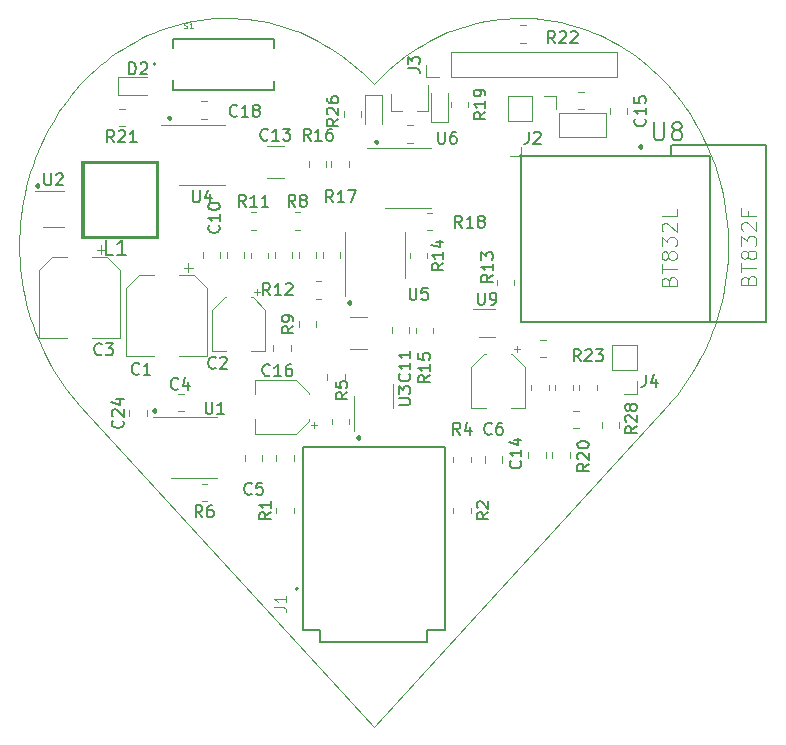
<source format=gbr>
%TF.GenerationSoftware,KiCad,Pcbnew,5.1.8*%
%TF.CreationDate,2021-02-28T21:38:59-05:00*%
%TF.ProjectId,ECG,4543472e-6b69-4636-9164-5f7063625858,rev?*%
%TF.SameCoordinates,Original*%
%TF.FileFunction,Legend,Top*%
%TF.FilePolarity,Positive*%
%FSLAX46Y46*%
G04 Gerber Fmt 4.6, Leading zero omitted, Abs format (unit mm)*
G04 Created by KiCad (PCBNEW 5.1.8) date 2021-02-28 21:38:59*
%MOMM*%
%LPD*%
G01*
G04 APERTURE LIST*
%ADD10C,0.300000*%
%TA.AperFunction,Profile*%
%ADD11C,0.100000*%
%TD*%
%ADD12C,0.120000*%
%ADD13C,0.100000*%
%ADD14C,0.127000*%
%ADD15C,0.010000*%
%ADD16C,0.200000*%
%ADD17C,0.150000*%
%ADD18C,0.101600*%
%ADD19C,0.015000*%
G04 APERTURE END LIST*
D10*
X123317000Y-94642714D02*
X123388428Y-94714142D01*
X123317000Y-94785571D01*
X123245571Y-94714142D01*
X123317000Y-94642714D01*
X123317000Y-94785571D01*
X174371000Y-91340714D02*
X174442428Y-91412142D01*
X174371000Y-91483571D01*
X174299571Y-91412142D01*
X174371000Y-91340714D01*
X174371000Y-91483571D01*
X134493000Y-88927714D02*
X134564428Y-88999142D01*
X134493000Y-89070571D01*
X134421571Y-88999142D01*
X134493000Y-88927714D01*
X134493000Y-89070571D01*
X152019000Y-90959714D02*
X152090428Y-91031142D01*
X152019000Y-91102571D01*
X151947571Y-91031142D01*
X152019000Y-90959714D01*
X152019000Y-91102571D01*
X149733000Y-104548714D02*
X149804428Y-104620142D01*
X149733000Y-104691571D01*
X149661571Y-104620142D01*
X149733000Y-104548714D01*
X149733000Y-104691571D01*
X150495000Y-115978714D02*
X150566428Y-116050142D01*
X150495000Y-116121571D01*
X150423571Y-116050142D01*
X150495000Y-115978714D01*
X150495000Y-116121571D01*
X133223000Y-113692714D02*
X133294428Y-113764142D01*
X133223000Y-113835571D01*
X133151571Y-113764142D01*
X133223000Y-113692714D01*
X133223000Y-113835571D01*
D11*
X177794600Y-111882900D02*
X178154600Y-111385100D01*
X178154600Y-111385100D02*
X178498200Y-110876200D01*
X178498200Y-110876200D02*
X178825400Y-110356700D01*
X178825400Y-110356700D02*
X179136100Y-109827200D01*
X179136100Y-109827200D02*
X179430000Y-109288000D01*
X179430000Y-109288000D02*
X179707100Y-108739800D01*
X179707100Y-108739800D02*
X179967300Y-108182900D01*
X179967300Y-108182900D02*
X180210400Y-107617900D01*
X126111700Y-112369300D02*
X126503990Y-112843500D01*
X126503990Y-112843500D02*
X126912260Y-113305200D01*
X126912260Y-113305200D02*
X151765000Y-140490000D01*
X151765000Y-140490000D02*
X176617900Y-113305000D01*
X176617900Y-113305000D02*
X177026200Y-112843300D01*
X177026200Y-112843300D02*
X177418400Y-112369100D01*
X177418400Y-112369100D02*
X177794600Y-111882900D01*
X180210400Y-107617900D02*
X180436400Y-107045200D01*
X180436400Y-107045200D02*
X180645100Y-106465400D01*
X180645100Y-106465400D02*
X180836400Y-105878900D01*
X180836400Y-105878900D02*
X181010100Y-105286200D01*
X181010100Y-105286200D02*
X181166200Y-104687800D01*
X181166200Y-104687800D02*
X181304500Y-104084200D01*
X181304500Y-104084200D02*
X181425000Y-103475900D01*
X181425000Y-103475900D02*
X181527400Y-102863400D01*
X181684400Y-97869400D02*
X181619400Y-97240700D01*
X181619400Y-97240700D02*
X181535200Y-96612700D01*
X181535200Y-96612700D02*
X181431700Y-95985900D01*
X181431700Y-95985900D02*
X181308700Y-95360700D01*
X181308700Y-95360700D02*
X181166200Y-94737600D01*
X181166200Y-94737600D02*
X181004800Y-94120000D01*
X181004800Y-94120000D02*
X180825500Y-93511300D01*
X180825500Y-93511300D02*
X180628600Y-92911800D01*
X181527400Y-102863400D02*
X181611700Y-102247100D01*
X181611700Y-102247100D02*
X181677800Y-101627600D01*
X181677800Y-101627600D02*
X181725500Y-101005300D01*
X181725500Y-101005300D02*
X181754700Y-100380700D01*
X181754700Y-100380700D02*
X181765400Y-99754300D01*
X181765400Y-99754300D02*
X181757300Y-99126700D01*
X181757300Y-99126700D02*
X181730300Y-98498200D01*
X181730300Y-98498200D02*
X181684400Y-97869400D01*
X180628600Y-92911800D02*
X180414500Y-92321900D01*
X180414500Y-92321900D02*
X180183400Y-91741900D01*
X180183400Y-91741900D02*
X179935700Y-91172200D01*
X179935700Y-91172200D02*
X179671800Y-90613200D01*
X179671800Y-90613200D02*
X179391900Y-90065160D01*
X122363821Y-94737500D02*
X122221297Y-95360600D01*
X122221297Y-95360600D02*
X122098333Y-95985900D01*
X122098333Y-95985900D02*
X121994812Y-96612700D01*
X121994812Y-96612700D02*
X121910612Y-97240700D01*
X121910612Y-97240700D02*
X121845615Y-97869400D01*
X121845615Y-97869400D02*
X121799701Y-98498200D01*
X121799701Y-98498200D02*
X121772750Y-99126700D01*
X121772750Y-99126700D02*
X121764643Y-99754400D01*
X121764643Y-99754400D02*
X121775260Y-100380800D01*
X121775260Y-100380800D02*
X121804482Y-101005400D01*
X121804482Y-101005400D02*
X121852189Y-101627700D01*
X121852189Y-101627700D02*
X121918261Y-102247200D01*
X121918261Y-102247200D02*
X122002579Y-102863500D01*
X122002579Y-102863500D02*
X122105023Y-103476000D01*
X122105023Y-103476000D02*
X122225473Y-104084300D01*
X122225473Y-104084300D02*
X122363811Y-104687900D01*
X122363811Y-104687900D02*
X122519916Y-105286300D01*
X122519916Y-105286300D02*
X122693668Y-105879000D01*
X122693668Y-105879000D02*
X122884950Y-106465500D01*
X122884950Y-106465500D02*
X123093640Y-107045400D01*
X123093640Y-107045400D02*
X123319620Y-107618000D01*
X123319620Y-107618000D02*
X123562770Y-108183100D01*
X123562770Y-108183100D02*
X123822960Y-108739900D01*
X123822960Y-108739900D02*
X124100090Y-109288200D01*
X124100090Y-109288200D02*
X124394030Y-109827400D01*
X124394030Y-109827400D02*
X124704660Y-110356900D01*
X124704660Y-110356900D02*
X125031860Y-110876400D01*
X125031860Y-110876400D02*
X125375520Y-111385200D01*
X125375520Y-111385200D02*
X125735500Y-111883100D01*
X125735500Y-111883100D02*
X126111700Y-112369300D01*
X179391900Y-90065160D02*
X179096400Y-89528520D01*
X179096400Y-89528520D02*
X178785600Y-89003590D01*
X178785600Y-89003590D02*
X178459800Y-88490760D01*
X178459800Y-88490760D02*
X178119400Y-87990360D01*
X178119400Y-87990360D02*
X177764600Y-87502760D01*
X177764600Y-87502760D02*
X177395900Y-87028310D01*
X177395900Y-87028310D02*
X177013600Y-86567380D01*
X177013600Y-86567380D02*
X176617900Y-86120310D01*
X176617900Y-86120310D02*
X176209100Y-85687470D01*
X176209100Y-85687470D02*
X175787700Y-85269220D01*
X175787700Y-85269220D02*
X175354000Y-84865910D01*
X175354000Y-84865910D02*
X174908200Y-84477900D01*
X174908200Y-84477900D02*
X174450800Y-84105540D01*
X174450800Y-84105540D02*
X173981900Y-83749200D01*
X173981900Y-83749200D02*
X173502000Y-83409230D01*
X173502000Y-83409230D02*
X173011400Y-83085990D01*
X173011400Y-83085990D02*
X172510400Y-82779830D01*
X172510400Y-82779830D02*
X171999300Y-82491120D01*
X171999300Y-82491120D02*
X171478500Y-82220210D01*
X171478500Y-82220210D02*
X170948300Y-81967450D01*
X170948300Y-81967450D02*
X170409000Y-81733220D01*
X170409000Y-81733220D02*
X169860900Y-81517850D01*
X169860900Y-81517850D02*
X169304400Y-81321716D01*
X169304400Y-81321716D02*
X168739800Y-81145168D01*
X168739800Y-81145168D02*
X168170200Y-80989277D01*
X168170200Y-80989277D02*
X167598600Y-80854781D01*
X167598600Y-80854781D02*
X167025500Y-80741550D01*
X167025500Y-80741550D02*
X166451400Y-80649454D01*
X166451400Y-80649454D02*
X165876700Y-80578361D01*
X165876700Y-80578361D02*
X165301800Y-80528141D01*
X165301800Y-80528141D02*
X164727200Y-80498664D01*
X164727200Y-80498664D02*
X164153400Y-80489797D01*
X164153400Y-80489797D02*
X163580800Y-80501411D01*
X163580800Y-80501411D02*
X163009800Y-80533374D01*
X163009800Y-80533374D02*
X162440900Y-80585555D01*
X162440900Y-80585555D02*
X161874500Y-80657825D01*
X161874500Y-80657825D02*
X161311100Y-80750052D01*
X161311100Y-80750052D02*
X160751100Y-80862106D01*
X160751100Y-80862106D02*
X160195000Y-80993854D01*
X160195000Y-80993854D02*
X159643200Y-81145168D01*
X159643200Y-81145168D02*
X159096100Y-81315915D01*
X159096100Y-81315915D02*
X158554300Y-81505970D01*
X158554300Y-81505970D02*
X158018100Y-81715190D01*
X158018100Y-81715190D02*
X157488000Y-81943450D01*
X157488000Y-81943450D02*
X156964500Y-82190630D01*
X156964500Y-82190630D02*
X156447900Y-82456580D01*
X156447900Y-82456580D02*
X155938800Y-82741190D01*
X155938800Y-82741190D02*
X155437600Y-83044310D01*
X155437600Y-83044310D02*
X154944700Y-83365820D01*
X154944700Y-83365820D02*
X154460600Y-83705590D01*
X154460600Y-83705590D02*
X153985700Y-84063480D01*
X153985700Y-84063480D02*
X153520400Y-84439360D01*
X153520400Y-84439360D02*
X153065300Y-84833120D01*
X153065300Y-84833120D02*
X152620800Y-85244600D01*
X152620800Y-85244600D02*
X152187200Y-85673690D01*
X152187200Y-85673690D02*
X151765200Y-86120250D01*
X151765200Y-86120250D02*
X151343100Y-85673670D01*
X151343100Y-85673670D02*
X150909500Y-85244570D01*
X150909500Y-85244570D02*
X150465000Y-84833070D01*
X150465000Y-84833070D02*
X150009900Y-84439310D01*
X150009900Y-84439310D02*
X149544700Y-84063410D01*
X149544700Y-84063410D02*
X149069800Y-83705500D01*
X149069800Y-83705500D02*
X148585600Y-83365730D01*
X148585600Y-83365730D02*
X148092800Y-83044200D01*
X148092800Y-83044200D02*
X147591500Y-82741070D01*
X147591500Y-82741070D02*
X147082400Y-82456460D01*
X147082400Y-82456460D02*
X146565900Y-82190490D01*
X146565900Y-82190490D02*
X146042300Y-81943310D01*
X146042300Y-81943310D02*
X145512200Y-81715040D01*
X145512200Y-81715040D02*
X144976000Y-81505810D01*
X144976000Y-81505810D02*
X144434200Y-81315753D01*
X144434200Y-81315753D02*
X143887100Y-81144999D01*
X143887100Y-81144999D02*
X143335300Y-80993681D01*
X143335300Y-80993681D02*
X142779200Y-80861928D01*
X142779200Y-80861928D02*
X142219200Y-80749871D01*
X142219200Y-80749871D02*
X141655800Y-80657641D01*
X141655800Y-80657641D02*
X141089400Y-80585370D01*
X141089400Y-80585370D02*
X140520400Y-80533187D01*
X140520400Y-80533187D02*
X139949400Y-80501223D01*
X139949400Y-80501223D02*
X139376800Y-80489610D01*
X139376800Y-80489610D02*
X138803000Y-80498477D01*
X138803000Y-80498477D02*
X138228400Y-80527957D01*
X138228400Y-80527957D02*
X137653500Y-80578180D01*
X137653500Y-80578180D02*
X137078800Y-80649276D01*
X137078800Y-80649276D02*
X136504600Y-80741376D01*
X136504600Y-80741376D02*
X135931600Y-80854612D01*
X135931600Y-80854612D02*
X135359900Y-80989114D01*
X135359900Y-80989114D02*
X134790300Y-81145012D01*
X134790300Y-81145012D02*
X134225700Y-81321564D01*
X134225700Y-81321564D02*
X133669200Y-81517700D01*
X133669200Y-81517700D02*
X133121100Y-81733070D01*
X133121100Y-81733070D02*
X132581800Y-81967320D01*
X132581800Y-81967320D02*
X132051600Y-82220070D01*
X132051600Y-82220070D02*
X131530770Y-82490990D01*
X131530770Y-82490990D02*
X131019700Y-82779710D01*
X131019700Y-82779710D02*
X130518690Y-83085870D01*
X130518690Y-83085870D02*
X130028080Y-83409110D01*
X130028080Y-83409110D02*
X129548180Y-83749090D01*
X129548180Y-83749090D02*
X129079340Y-84105430D01*
X129079340Y-84105430D02*
X128621860Y-84477790D01*
X128621860Y-84477790D02*
X128176090Y-84865810D01*
X128176090Y-84865810D02*
X127742340Y-85269120D01*
X127742340Y-85269120D02*
X127320940Y-85687380D01*
X127320940Y-85687380D02*
X126912230Y-86120220D01*
X126912230Y-86120220D02*
X126516520Y-86567290D01*
X126516520Y-86567290D02*
X126134140Y-87028230D01*
X126134140Y-87028230D02*
X125765430Y-87502680D01*
X125765430Y-87502680D02*
X125410700Y-87990280D01*
X125410700Y-87990280D02*
X125070280Y-88490680D01*
X125070280Y-88490680D02*
X124744500Y-89003520D01*
X124744500Y-89003520D02*
X124433690Y-89528450D01*
X124433690Y-89528450D02*
X124138180Y-90065100D01*
X124138180Y-90065100D02*
X123858280Y-90613100D01*
X123858280Y-90613100D02*
X123594330Y-91172100D01*
X123594330Y-91172100D02*
X123346660Y-91741800D01*
X123346660Y-91741800D02*
X123115580Y-92321800D01*
X123115580Y-92321800D02*
X122901430Y-92911700D01*
X122901430Y-92911700D02*
X122704541Y-93511200D01*
X122704541Y-93511200D02*
X122525227Y-94119900D01*
X122525227Y-94119900D02*
X122363821Y-94737500D01*
X122363821Y-94737500D02*
X122363821Y-94737500D01*
X122363821Y-94737500D02*
X122363821Y-94737500D01*
D12*
%TO.C,Q1*%
X153207600Y-88355200D02*
X153207600Y-86895200D01*
X156367600Y-88355200D02*
X156367600Y-86195200D01*
X156367600Y-88355200D02*
X155437600Y-88355200D01*
X153207600Y-88355200D02*
X154137600Y-88355200D01*
%TO.C,U9*%
X162057000Y-105139000D02*
X160157000Y-105139000D01*
X160657000Y-107459000D02*
X162057000Y-107459000D01*
%TO.C,R28*%
X172566000Y-115178064D02*
X172566000Y-114723936D01*
X171096000Y-115178064D02*
X171096000Y-114723936D01*
%TO.C,R25*%
X165127000Y-111548936D02*
X165127000Y-112003064D01*
X166597000Y-111548936D02*
X166597000Y-112003064D01*
%TO.C,R24*%
X168629000Y-112003064D02*
X168629000Y-111548936D01*
X167159000Y-112003064D02*
X167159000Y-111548936D01*
%TO.C,C3*%
X129114250Y-100096250D02*
X128326750Y-100096250D01*
X128720500Y-99702500D02*
X128720500Y-100490000D01*
X124527437Y-100730000D02*
X123463000Y-101794437D01*
X129218563Y-100730000D02*
X130283000Y-101794437D01*
X129218563Y-100730000D02*
X127933000Y-100730000D01*
X124527437Y-100730000D02*
X125813000Y-100730000D01*
X123463000Y-101794437D02*
X123463000Y-107550000D01*
X130283000Y-101794437D02*
X130283000Y-107550000D01*
X130283000Y-107550000D02*
X127933000Y-107550000D01*
X123463000Y-107550000D02*
X125813000Y-107550000D01*
D13*
%TO.C,U8*%
X164211000Y-91404440D02*
X164211000Y-92202000D01*
X164211000Y-92202000D02*
X164211000Y-104800400D01*
X164211000Y-104800400D02*
X164211000Y-104800400D01*
X164211000Y-104800400D02*
X164211000Y-92202000D01*
X163299140Y-92202000D02*
X164061140Y-92202000D01*
X164061140Y-92202000D02*
X164211000Y-92202000D01*
X164213540Y-92196920D02*
X164731700Y-92196920D01*
X164800280Y-106202480D02*
X164218620Y-106202480D01*
X180207920Y-106197400D02*
X173934120Y-106197400D01*
X173852840Y-92196920D02*
X180207920Y-92196920D01*
X180210460Y-106202480D02*
X180210460Y-106199940D01*
X164211000Y-106197400D02*
X164211000Y-92199460D01*
X164465000Y-92202000D02*
X164360860Y-92202000D01*
X164360860Y-92202000D02*
X164211000Y-92202000D01*
X164211000Y-92202000D02*
X164211000Y-92202000D01*
D14*
X164211000Y-92202000D02*
X176911000Y-92202000D01*
X176911000Y-92202000D02*
X180210460Y-92202000D01*
X180210460Y-92202000D02*
X180210460Y-106199940D01*
X180210460Y-106199940D02*
X164211000Y-106199940D01*
X164211000Y-106199940D02*
X164211000Y-92202000D01*
X176911000Y-92202000D02*
X176911000Y-91203780D01*
X177010060Y-91203780D02*
X185008520Y-91203780D01*
X185008520Y-91203780D02*
X185008520Y-106199940D01*
X185008520Y-106199940D02*
X180210460Y-106199940D01*
D13*
X164360860Y-92202000D02*
G75*
G03*
X164061140Y-92202000I-149860J0D01*
G01*
X164061140Y-92202000D02*
G75*
G03*
X164360860Y-92202000I149860J0D01*
G01*
D15*
%TO.C,L1*%
G36*
X127021167Y-92604167D02*
G01*
X133540500Y-92604167D01*
X133540500Y-98933000D01*
X133350000Y-98933000D01*
X133350000Y-92794667D01*
X127211667Y-92794667D01*
X127211667Y-98933000D01*
X133350000Y-98933000D01*
X133540500Y-98933000D01*
X133540500Y-99123500D01*
X127021167Y-99123500D01*
X127021167Y-92604167D01*
G37*
X127021167Y-92604167D02*
X133540500Y-92604167D01*
X133540500Y-98933000D01*
X133350000Y-98933000D01*
X133350000Y-92794667D01*
X127211667Y-92794667D01*
X127211667Y-98933000D01*
X133350000Y-98933000D01*
X133540500Y-98933000D01*
X133540500Y-99123500D01*
X127021167Y-99123500D01*
X127021167Y-92604167D01*
D12*
%TO.C,U7*%
X171438000Y-90535000D02*
X167438000Y-90535000D01*
X167438000Y-90535000D02*
X167438000Y-88535000D01*
X167438000Y-88535000D02*
X171438000Y-88535000D01*
X171438000Y-88535000D02*
X171438000Y-90535000D01*
%TO.C,R23*%
X170661000Y-111532936D02*
X170661000Y-111987064D01*
X169191000Y-111532936D02*
X169191000Y-111987064D01*
%TO.C,R22*%
X164177736Y-81103800D02*
X164631864Y-81103800D01*
X164177736Y-82573800D02*
X164631864Y-82573800D01*
%TO.C,R19*%
X158319800Y-88044264D02*
X158319800Y-87590136D01*
X159789800Y-88044264D02*
X159789800Y-87590136D01*
%TO.C,R13*%
X163650600Y-102658936D02*
X163650600Y-103113064D01*
X162180600Y-102658936D02*
X162180600Y-103113064D01*
%TO.C,J4*%
X174034000Y-108192000D02*
X171914000Y-108192000D01*
X174034000Y-110252000D02*
X174034000Y-108192000D01*
X171914000Y-110252000D02*
X171914000Y-108192000D01*
X174034000Y-110252000D02*
X171914000Y-110252000D01*
X174034000Y-111252000D02*
X174034000Y-112312000D01*
X174034000Y-112312000D02*
X172974000Y-112312000D01*
%TO.C,J3*%
X172336800Y-85489600D02*
X172336800Y-83369600D01*
X158276800Y-85489600D02*
X172336800Y-85489600D01*
X158276800Y-83369600D02*
X172336800Y-83369600D01*
X158276800Y-85489600D02*
X158276800Y-83369600D01*
X157276800Y-85489600D02*
X156216800Y-85489600D01*
X156216800Y-85489600D02*
X156216800Y-84429600D01*
%TO.C,J2*%
X163106800Y-87128800D02*
X163106800Y-89248800D01*
X165166800Y-87128800D02*
X163106800Y-87128800D01*
X165166800Y-89248800D02*
X163106800Y-89248800D01*
X165166800Y-87128800D02*
X165166800Y-89248800D01*
X166166800Y-87128800D02*
X167226800Y-87128800D01*
X167226800Y-87128800D02*
X167226800Y-88188800D01*
%TO.C,C25*%
X169149752Y-115246000D02*
X168627248Y-115246000D01*
X169149752Y-113776000D02*
X168627248Y-113776000D01*
%TO.C,C23*%
X165833248Y-107723000D02*
X166355752Y-107723000D01*
X165833248Y-109193000D02*
X166355752Y-109193000D01*
%TO.C,C21*%
X160046000Y-113490000D02*
X161246000Y-113490000D01*
X164566000Y-113490000D02*
X163366000Y-113490000D01*
X164566000Y-110034437D02*
X164566000Y-113490000D01*
X160046000Y-110034437D02*
X160046000Y-113490000D01*
X161110437Y-108970000D02*
X161246000Y-108970000D01*
X163501563Y-108970000D02*
X163366000Y-108970000D01*
X163501563Y-108970000D02*
X164566000Y-110034437D01*
X161110437Y-108970000D02*
X160046000Y-110034437D01*
X163866000Y-108230000D02*
X163866000Y-108730000D01*
X164116000Y-108480000D02*
X163616000Y-108480000D01*
%TO.C,C19*%
X169033648Y-86742600D02*
X169556152Y-86742600D01*
X169033648Y-88212600D02*
X169556152Y-88212600D01*
%TO.C,C15*%
X171781800Y-88631752D02*
X171781800Y-88109248D01*
X173251800Y-88631752D02*
X173251800Y-88109248D01*
%TO.C,C16*%
X146746000Y-115221000D02*
X146746000Y-114721000D01*
X146996000Y-114971000D02*
X146496000Y-114971000D01*
X146256000Y-112215437D02*
X145191563Y-111151000D01*
X146256000Y-114606563D02*
X145191563Y-115671000D01*
X146256000Y-114606563D02*
X146256000Y-114471000D01*
X146256000Y-112215437D02*
X146256000Y-112351000D01*
X145191563Y-111151000D02*
X141736000Y-111151000D01*
X145191563Y-115671000D02*
X141736000Y-115671000D01*
X141736000Y-115671000D02*
X141736000Y-114471000D01*
X141736000Y-111151000D02*
X141736000Y-112351000D01*
%TO.C,C2*%
X142145000Y-103654000D02*
X141645000Y-103654000D01*
X141895000Y-103404000D02*
X141895000Y-103904000D01*
X139139437Y-104144000D02*
X138075000Y-105208437D01*
X141530563Y-104144000D02*
X142595000Y-105208437D01*
X141530563Y-104144000D02*
X141395000Y-104144000D01*
X139139437Y-104144000D02*
X139275000Y-104144000D01*
X138075000Y-105208437D02*
X138075000Y-108664000D01*
X142595000Y-105208437D02*
X142595000Y-108664000D01*
X142595000Y-108664000D02*
X141395000Y-108664000D01*
X138075000Y-108664000D02*
X139275000Y-108664000D01*
%TO.C,U2*%
X125530500Y-95137000D02*
X123100500Y-95137000D01*
X123770500Y-98207000D02*
X125530500Y-98207000D01*
%TO.C,D1*%
X158062600Y-89301400D02*
X158062600Y-86841400D01*
X156592600Y-89301400D02*
X158062600Y-89301400D01*
X156592600Y-86841400D02*
X156592600Y-89301400D01*
%TO.C,U6*%
X154635200Y-91470800D02*
X151185200Y-91470800D01*
X154635200Y-91470800D02*
X156585200Y-91470800D01*
X154635200Y-96590800D02*
X152685200Y-96590800D01*
X154635200Y-96590800D02*
X156585200Y-96590800D01*
%TO.C,R18*%
X156741864Y-97004200D02*
X156287736Y-97004200D01*
X156741864Y-98474200D02*
X156287736Y-98474200D01*
%TO.C,R17*%
X148172500Y-92625936D02*
X148172500Y-93080064D01*
X149642500Y-92625936D02*
X149642500Y-93080064D01*
%TO.C,R16*%
X146267500Y-92609936D02*
X146267500Y-93064064D01*
X147737500Y-92609936D02*
X147737500Y-93064064D01*
%TO.C,C22*%
X155099652Y-89587400D02*
X154577148Y-89587400D01*
X155099652Y-91057400D02*
X154577148Y-91057400D01*
%TO.C,C13*%
X142735248Y-94070000D02*
X144157752Y-94070000D01*
X142735248Y-91350000D02*
X144157752Y-91350000D01*
%TO.C,R15*%
X155348000Y-106722936D02*
X155348000Y-107177064D01*
X156818000Y-106722936D02*
X156818000Y-107177064D01*
%TO.C,R7*%
X144753000Y-108669064D02*
X144753000Y-108214936D01*
X143283000Y-108669064D02*
X143283000Y-108214936D01*
%TO.C,D2*%
X130152000Y-86968000D02*
X132612000Y-86968000D01*
X130152000Y-85498000D02*
X130152000Y-86968000D01*
X132612000Y-85498000D02*
X130152000Y-85498000D01*
%TO.C,R11*%
X141361936Y-98398000D02*
X141816064Y-98398000D01*
X141361936Y-96928000D02*
X141816064Y-96928000D01*
%TO.C,C5*%
X140870000Y-117514648D02*
X140870000Y-118037152D01*
X142340000Y-117514648D02*
X142340000Y-118037152D01*
%TO.C,U4*%
X137223500Y-89515000D02*
X133773500Y-89515000D01*
X137223500Y-89515000D02*
X139173500Y-89515000D01*
X137223500Y-94635000D02*
X135273500Y-94635000D01*
X137223500Y-94635000D02*
X139173500Y-94635000D01*
%TO.C,C8*%
X144880000Y-100845252D02*
X144880000Y-100322748D01*
X143410000Y-100845252D02*
X143410000Y-100322748D01*
%TO.C,D3*%
X151030000Y-87000000D02*
X151030000Y-89460000D01*
X152500000Y-87000000D02*
X151030000Y-87000000D01*
X152500000Y-89460000D02*
X152500000Y-87000000D01*
%TO.C,C17*%
X147855000Y-111153752D02*
X147855000Y-110631248D01*
X149325000Y-111153752D02*
X149325000Y-110631248D01*
%TO.C,R8*%
X145076936Y-98398000D02*
X145531064Y-98398000D01*
X145076936Y-96928000D02*
X145531064Y-96928000D01*
%TO.C,R4*%
X158523000Y-117644936D02*
X158523000Y-118099064D01*
X159993000Y-117644936D02*
X159993000Y-118099064D01*
%TO.C,C18*%
X137633252Y-89000000D02*
X137110748Y-89000000D01*
X137633252Y-87530000D02*
X137110748Y-87530000D01*
%TO.C,R10*%
X142848000Y-100811064D02*
X142848000Y-100356936D01*
X141378000Y-100811064D02*
X141378000Y-100356936D01*
%TO.C,C10*%
X137314000Y-100301248D02*
X137314000Y-100823752D01*
X138784000Y-100301248D02*
X138784000Y-100823752D01*
%TO.C,U5*%
X149332000Y-100584000D02*
X149332000Y-104034000D01*
X149332000Y-100584000D02*
X149332000Y-98634000D01*
X154452000Y-100584000D02*
X154452000Y-102534000D01*
X154452000Y-100584000D02*
X154452000Y-98634000D01*
%TO.C,R9*%
X145442000Y-106182936D02*
X145442000Y-106637064D01*
X146912000Y-106182936D02*
X146912000Y-106637064D01*
%TO.C,C12*%
X146912000Y-100823752D02*
X146912000Y-100301248D01*
X145442000Y-100823752D02*
X145442000Y-100301248D01*
%TO.C,C7*%
X151206252Y-105828000D02*
X149783748Y-105828000D01*
X151206252Y-108548000D02*
X149783748Y-108548000D01*
%TO.C,R21*%
X130672064Y-88165000D02*
X130217936Y-88165000D01*
X130672064Y-89635000D02*
X130217936Y-89635000D01*
%TO.C,R3*%
X143537000Y-117517936D02*
X143537000Y-117972064D01*
X145007000Y-117517936D02*
X145007000Y-117972064D01*
D14*
%TO.C,J1*%
X157765000Y-132325000D02*
X157765000Y-116825000D01*
X156265000Y-132325000D02*
X157765000Y-132325000D01*
X156265000Y-133325000D02*
X156265000Y-132325000D01*
X147265000Y-133325000D02*
X156265000Y-133325000D01*
X147265000Y-132325000D02*
X147265000Y-133325000D01*
X145765000Y-132325000D02*
X147265000Y-132325000D01*
X145765000Y-116825000D02*
X145765000Y-132325000D01*
D16*
X145365000Y-128825000D02*
G75*
G03*
X145365000Y-128825000I-100000J0D01*
G01*
D14*
X145765000Y-116825000D02*
X157765000Y-116825000D01*
D12*
%TO.C,C24*%
X132561000Y-114201752D02*
X132561000Y-113679248D01*
X131091000Y-114201752D02*
X131091000Y-113679248D01*
%TO.C,C20*%
X148944000Y-100301248D02*
X148944000Y-100823752D01*
X147474000Y-100301248D02*
X147474000Y-100823752D01*
%TO.C,C6*%
X161190000Y-117616248D02*
X161190000Y-118138752D01*
X162660000Y-117616248D02*
X162660000Y-118138752D01*
%TO.C,R14*%
X154840000Y-100372936D02*
X154840000Y-100827064D01*
X156310000Y-100372936D02*
X156310000Y-100827064D01*
%TO.C,C4*%
X135748752Y-112295000D02*
X135226248Y-112295000D01*
X135748752Y-113765000D02*
X135226248Y-113765000D01*
%TO.C,R26*%
X149252000Y-88402936D02*
X149252000Y-88857064D01*
X150722000Y-88402936D02*
X150722000Y-88857064D01*
%TO.C,C11*%
X153316000Y-106651248D02*
X153316000Y-107173752D01*
X154786000Y-106651248D02*
X154786000Y-107173752D01*
%TO.C,R6*%
X137202936Y-121385000D02*
X137657064Y-121385000D01*
X137202936Y-119915000D02*
X137657064Y-119915000D01*
%TO.C,R5*%
X149706000Y-114892064D02*
X149706000Y-114437936D01*
X148236000Y-114892064D02*
X148236000Y-114437936D01*
%TO.C,U3*%
X150139920Y-112499140D02*
X150139920Y-115499140D01*
X153379920Y-111499140D02*
X153379920Y-113499140D01*
%TO.C,C1*%
X136480250Y-101626250D02*
X135692750Y-101626250D01*
X136086500Y-101232500D02*
X136086500Y-102020000D01*
X131893437Y-102260000D02*
X130829000Y-103324437D01*
X136584563Y-102260000D02*
X137649000Y-103324437D01*
X136584563Y-102260000D02*
X135299000Y-102260000D01*
X131893437Y-102260000D02*
X133179000Y-102260000D01*
X130829000Y-103324437D02*
X130829000Y-109080000D01*
X137649000Y-103324437D02*
X137649000Y-109080000D01*
X137649000Y-109080000D02*
X135299000Y-109080000D01*
X130829000Y-109080000D02*
X133179000Y-109080000D01*
%TO.C,R12*%
X147309064Y-102770000D02*
X146854936Y-102770000D01*
X147309064Y-104240000D02*
X146854936Y-104240000D01*
%TO.C,C9*%
X140816000Y-100845252D02*
X140816000Y-100322748D01*
X139346000Y-100845252D02*
X139346000Y-100322748D01*
%TO.C,R2*%
X158523000Y-121962936D02*
X158523000Y-122417064D01*
X159993000Y-121962936D02*
X159993000Y-122417064D01*
%TO.C,U1*%
X136525000Y-114280000D02*
X133075000Y-114280000D01*
X136525000Y-114280000D02*
X138475000Y-114280000D01*
X136525000Y-119400000D02*
X134575000Y-119400000D01*
X136525000Y-119400000D02*
X138475000Y-119400000D01*
%TO.C,R1*%
X143537000Y-121962936D02*
X143537000Y-122417064D01*
X145007000Y-121962936D02*
X145007000Y-122417064D01*
%TO.C,C14*%
X168375000Y-117736252D02*
X168375000Y-117213748D01*
X166905000Y-117736252D02*
X166905000Y-117213748D01*
D16*
%TO.C,S1*%
X133315000Y-84405000D02*
G75*
G03*
X133315000Y-84405000I-100000J0D01*
G01*
D14*
X134765000Y-82305000D02*
X134765000Y-83055000D01*
X143365000Y-82305000D02*
X134765000Y-82305000D01*
X143365000Y-83055000D02*
X143365000Y-82305000D01*
X143365000Y-86605000D02*
X143365000Y-85855000D01*
X134765000Y-86605000D02*
X143365000Y-86605000D01*
X134765000Y-85755000D02*
X134765000Y-86605000D01*
D12*
%TO.C,R20*%
X164873000Y-117263936D02*
X164873000Y-117718064D01*
X166343000Y-117263936D02*
X166343000Y-117718064D01*
%TD*%
%TO.C,U9*%
D17*
X160595095Y-103751380D02*
X160595095Y-104560904D01*
X160642714Y-104656142D01*
X160690333Y-104703761D01*
X160785571Y-104751380D01*
X160976047Y-104751380D01*
X161071285Y-104703761D01*
X161118904Y-104656142D01*
X161166523Y-104560904D01*
X161166523Y-103751380D01*
X161690333Y-104751380D02*
X161880809Y-104751380D01*
X161976047Y-104703761D01*
X162023666Y-104656142D01*
X162118904Y-104513285D01*
X162166523Y-104322809D01*
X162166523Y-103941857D01*
X162118904Y-103846619D01*
X162071285Y-103799000D01*
X161976047Y-103751380D01*
X161785571Y-103751380D01*
X161690333Y-103799000D01*
X161642714Y-103846619D01*
X161595095Y-103941857D01*
X161595095Y-104179952D01*
X161642714Y-104275190D01*
X161690333Y-104322809D01*
X161785571Y-104370428D01*
X161976047Y-104370428D01*
X162071285Y-104322809D01*
X162118904Y-104275190D01*
X162166523Y-104179952D01*
%TO.C,R28*%
X174061380Y-115069857D02*
X173585190Y-115403190D01*
X174061380Y-115641285D02*
X173061380Y-115641285D01*
X173061380Y-115260333D01*
X173109000Y-115165095D01*
X173156619Y-115117476D01*
X173251857Y-115069857D01*
X173394714Y-115069857D01*
X173489952Y-115117476D01*
X173537571Y-115165095D01*
X173585190Y-115260333D01*
X173585190Y-115641285D01*
X173156619Y-114688904D02*
X173109000Y-114641285D01*
X173061380Y-114546047D01*
X173061380Y-114307952D01*
X173109000Y-114212714D01*
X173156619Y-114165095D01*
X173251857Y-114117476D01*
X173347095Y-114117476D01*
X173489952Y-114165095D01*
X174061380Y-114736523D01*
X174061380Y-114117476D01*
X173489952Y-113546047D02*
X173442333Y-113641285D01*
X173394714Y-113688904D01*
X173299476Y-113736523D01*
X173251857Y-113736523D01*
X173156619Y-113688904D01*
X173109000Y-113641285D01*
X173061380Y-113546047D01*
X173061380Y-113355571D01*
X173109000Y-113260333D01*
X173156619Y-113212714D01*
X173251857Y-113165095D01*
X173299476Y-113165095D01*
X173394714Y-113212714D01*
X173442333Y-113260333D01*
X173489952Y-113355571D01*
X173489952Y-113546047D01*
X173537571Y-113641285D01*
X173585190Y-113688904D01*
X173680428Y-113736523D01*
X173870904Y-113736523D01*
X173966142Y-113688904D01*
X174013761Y-113641285D01*
X174061380Y-113546047D01*
X174061380Y-113355571D01*
X174013761Y-113260333D01*
X173966142Y-113212714D01*
X173870904Y-113165095D01*
X173680428Y-113165095D01*
X173585190Y-113212714D01*
X173537571Y-113260333D01*
X173489952Y-113355571D01*
%TO.C,C3*%
X128738333Y-108942142D02*
X128690714Y-108989761D01*
X128547857Y-109037380D01*
X128452619Y-109037380D01*
X128309761Y-108989761D01*
X128214523Y-108894523D01*
X128166904Y-108799285D01*
X128119285Y-108608809D01*
X128119285Y-108465952D01*
X128166904Y-108275476D01*
X128214523Y-108180238D01*
X128309761Y-108085000D01*
X128452619Y-108037380D01*
X128547857Y-108037380D01*
X128690714Y-108085000D01*
X128738333Y-108132619D01*
X129071666Y-108037380D02*
X129690714Y-108037380D01*
X129357380Y-108418333D01*
X129500238Y-108418333D01*
X129595476Y-108465952D01*
X129643095Y-108513571D01*
X129690714Y-108608809D01*
X129690714Y-108846904D01*
X129643095Y-108942142D01*
X129595476Y-108989761D01*
X129500238Y-109037380D01*
X129214523Y-109037380D01*
X129119285Y-108989761D01*
X129071666Y-108942142D01*
%TO.C,U8*%
X175495857Y-89335428D02*
X175495857Y-90569142D01*
X175568428Y-90714285D01*
X175641000Y-90786857D01*
X175786142Y-90859428D01*
X176076428Y-90859428D01*
X176221571Y-90786857D01*
X176294142Y-90714285D01*
X176366714Y-90569142D01*
X176366714Y-89335428D01*
X177310142Y-89988571D02*
X177165000Y-89916000D01*
X177092428Y-89843428D01*
X177019857Y-89698285D01*
X177019857Y-89625714D01*
X177092428Y-89480571D01*
X177165000Y-89408000D01*
X177310142Y-89335428D01*
X177600428Y-89335428D01*
X177745571Y-89408000D01*
X177818142Y-89480571D01*
X177890714Y-89625714D01*
X177890714Y-89698285D01*
X177818142Y-89843428D01*
X177745571Y-89916000D01*
X177600428Y-89988571D01*
X177310142Y-89988571D01*
X177165000Y-90061142D01*
X177092428Y-90133714D01*
X177019857Y-90278857D01*
X177019857Y-90569142D01*
X177092428Y-90714285D01*
X177165000Y-90786857D01*
X177310142Y-90859428D01*
X177600428Y-90859428D01*
X177745571Y-90786857D01*
X177818142Y-90714285D01*
X177890714Y-90569142D01*
X177890714Y-90278857D01*
X177818142Y-90133714D01*
X177745571Y-90061142D01*
X177600428Y-89988571D01*
D18*
X183503025Y-102662566D02*
X183563501Y-102481138D01*
X183623978Y-102420661D01*
X183744930Y-102360185D01*
X183926359Y-102360185D01*
X184047311Y-102420661D01*
X184107787Y-102481138D01*
X184168263Y-102602090D01*
X184168263Y-103085900D01*
X182898263Y-103085900D01*
X182898263Y-102662566D01*
X182958740Y-102541614D01*
X183019216Y-102481138D01*
X183140168Y-102420661D01*
X183261120Y-102420661D01*
X183382073Y-102481138D01*
X183442549Y-102541614D01*
X183503025Y-102662566D01*
X183503025Y-103085900D01*
X182898263Y-101997328D02*
X182898263Y-101271614D01*
X184168263Y-101634471D02*
X182898263Y-101634471D01*
X183442549Y-100666852D02*
X183382073Y-100787804D01*
X183321597Y-100848280D01*
X183200644Y-100908757D01*
X183140168Y-100908757D01*
X183019216Y-100848280D01*
X182958740Y-100787804D01*
X182898263Y-100666852D01*
X182898263Y-100424947D01*
X182958740Y-100303995D01*
X183019216Y-100243519D01*
X183140168Y-100183042D01*
X183200644Y-100183042D01*
X183321597Y-100243519D01*
X183382073Y-100303995D01*
X183442549Y-100424947D01*
X183442549Y-100666852D01*
X183503025Y-100787804D01*
X183563501Y-100848280D01*
X183684454Y-100908757D01*
X183926359Y-100908757D01*
X184047311Y-100848280D01*
X184107787Y-100787804D01*
X184168263Y-100666852D01*
X184168263Y-100424947D01*
X184107787Y-100303995D01*
X184047311Y-100243519D01*
X183926359Y-100183042D01*
X183684454Y-100183042D01*
X183563501Y-100243519D01*
X183503025Y-100303995D01*
X183442549Y-100424947D01*
X182898263Y-99759709D02*
X182898263Y-98973519D01*
X183382073Y-99396852D01*
X183382073Y-99215423D01*
X183442549Y-99094471D01*
X183503025Y-99033995D01*
X183623978Y-98973519D01*
X183926359Y-98973519D01*
X184047311Y-99033995D01*
X184107787Y-99094471D01*
X184168263Y-99215423D01*
X184168263Y-99578280D01*
X184107787Y-99699233D01*
X184047311Y-99759709D01*
X183019216Y-98489709D02*
X182958740Y-98429233D01*
X182898263Y-98308280D01*
X182898263Y-98005900D01*
X182958740Y-97884947D01*
X183019216Y-97824471D01*
X183140168Y-97763995D01*
X183261120Y-97763995D01*
X183442549Y-97824471D01*
X184168263Y-98550185D01*
X184168263Y-97763995D01*
X183503025Y-96796376D02*
X183503025Y-97219709D01*
X184168263Y-97219709D02*
X182898263Y-97219709D01*
X182898263Y-96614947D01*
X176754245Y-102731388D02*
X176814721Y-102549960D01*
X176875198Y-102489483D01*
X176996150Y-102429007D01*
X177177579Y-102429007D01*
X177298531Y-102489483D01*
X177359007Y-102549960D01*
X177419483Y-102670912D01*
X177419483Y-103154721D01*
X176149483Y-103154721D01*
X176149483Y-102731388D01*
X176209960Y-102610436D01*
X176270436Y-102549960D01*
X176391388Y-102489483D01*
X176512340Y-102489483D01*
X176633293Y-102549960D01*
X176693769Y-102610436D01*
X176754245Y-102731388D01*
X176754245Y-103154721D01*
X176149483Y-102066150D02*
X176149483Y-101340436D01*
X177419483Y-101703293D02*
X176149483Y-101703293D01*
X176693769Y-100735674D02*
X176633293Y-100856626D01*
X176572817Y-100917102D01*
X176451864Y-100977579D01*
X176391388Y-100977579D01*
X176270436Y-100917102D01*
X176209960Y-100856626D01*
X176149483Y-100735674D01*
X176149483Y-100493769D01*
X176209960Y-100372817D01*
X176270436Y-100312340D01*
X176391388Y-100251864D01*
X176451864Y-100251864D01*
X176572817Y-100312340D01*
X176633293Y-100372817D01*
X176693769Y-100493769D01*
X176693769Y-100735674D01*
X176754245Y-100856626D01*
X176814721Y-100917102D01*
X176935674Y-100977579D01*
X177177579Y-100977579D01*
X177298531Y-100917102D01*
X177359007Y-100856626D01*
X177419483Y-100735674D01*
X177419483Y-100493769D01*
X177359007Y-100372817D01*
X177298531Y-100312340D01*
X177177579Y-100251864D01*
X176935674Y-100251864D01*
X176814721Y-100312340D01*
X176754245Y-100372817D01*
X176693769Y-100493769D01*
X176149483Y-99828531D02*
X176149483Y-99042340D01*
X176633293Y-99465674D01*
X176633293Y-99284245D01*
X176693769Y-99163293D01*
X176754245Y-99102817D01*
X176875198Y-99042340D01*
X177177579Y-99042340D01*
X177298531Y-99102817D01*
X177359007Y-99163293D01*
X177419483Y-99284245D01*
X177419483Y-99647102D01*
X177359007Y-99768055D01*
X177298531Y-99828531D01*
X176270436Y-98558531D02*
X176209960Y-98498055D01*
X176149483Y-98377102D01*
X176149483Y-98074721D01*
X176209960Y-97953769D01*
X176270436Y-97893293D01*
X176391388Y-97832817D01*
X176512340Y-97832817D01*
X176693769Y-97893293D01*
X177419483Y-98619007D01*
X177419483Y-97832817D01*
X177419483Y-96683769D02*
X177419483Y-97288531D01*
X176149483Y-97288531D01*
%TO.C,L1*%
D17*
X129709333Y-100523523D02*
X129104571Y-100523523D01*
X129104571Y-99253523D01*
X130797904Y-100523523D02*
X130072190Y-100523523D01*
X130435047Y-100523523D02*
X130435047Y-99253523D01*
X130314095Y-99434952D01*
X130193142Y-99555904D01*
X130072190Y-99616380D01*
%TO.C,R23*%
X169283142Y-109545380D02*
X168949809Y-109069190D01*
X168711714Y-109545380D02*
X168711714Y-108545380D01*
X169092666Y-108545380D01*
X169187904Y-108593000D01*
X169235523Y-108640619D01*
X169283142Y-108735857D01*
X169283142Y-108878714D01*
X169235523Y-108973952D01*
X169187904Y-109021571D01*
X169092666Y-109069190D01*
X168711714Y-109069190D01*
X169664095Y-108640619D02*
X169711714Y-108593000D01*
X169806952Y-108545380D01*
X170045047Y-108545380D01*
X170140285Y-108593000D01*
X170187904Y-108640619D01*
X170235523Y-108735857D01*
X170235523Y-108831095D01*
X170187904Y-108973952D01*
X169616476Y-109545380D01*
X170235523Y-109545380D01*
X170568857Y-108545380D02*
X171187904Y-108545380D01*
X170854571Y-108926333D01*
X170997428Y-108926333D01*
X171092666Y-108973952D01*
X171140285Y-109021571D01*
X171187904Y-109116809D01*
X171187904Y-109354904D01*
X171140285Y-109450142D01*
X171092666Y-109497761D01*
X170997428Y-109545380D01*
X170711714Y-109545380D01*
X170616476Y-109497761D01*
X170568857Y-109450142D01*
%TO.C,R22*%
X167124142Y-82621380D02*
X166790809Y-82145190D01*
X166552714Y-82621380D02*
X166552714Y-81621380D01*
X166933666Y-81621380D01*
X167028904Y-81669000D01*
X167076523Y-81716619D01*
X167124142Y-81811857D01*
X167124142Y-81954714D01*
X167076523Y-82049952D01*
X167028904Y-82097571D01*
X166933666Y-82145190D01*
X166552714Y-82145190D01*
X167505095Y-81716619D02*
X167552714Y-81669000D01*
X167647952Y-81621380D01*
X167886047Y-81621380D01*
X167981285Y-81669000D01*
X168028904Y-81716619D01*
X168076523Y-81811857D01*
X168076523Y-81907095D01*
X168028904Y-82049952D01*
X167457476Y-82621380D01*
X168076523Y-82621380D01*
X168457476Y-81716619D02*
X168505095Y-81669000D01*
X168600333Y-81621380D01*
X168838428Y-81621380D01*
X168933666Y-81669000D01*
X168981285Y-81716619D01*
X169028904Y-81811857D01*
X169028904Y-81907095D01*
X168981285Y-82049952D01*
X168409857Y-82621380D01*
X169028904Y-82621380D01*
%TO.C,R19*%
X161234380Y-88460057D02*
X160758190Y-88793390D01*
X161234380Y-89031485D02*
X160234380Y-89031485D01*
X160234380Y-88650533D01*
X160282000Y-88555295D01*
X160329619Y-88507676D01*
X160424857Y-88460057D01*
X160567714Y-88460057D01*
X160662952Y-88507676D01*
X160710571Y-88555295D01*
X160758190Y-88650533D01*
X160758190Y-89031485D01*
X161234380Y-87507676D02*
X161234380Y-88079104D01*
X161234380Y-87793390D02*
X160234380Y-87793390D01*
X160377238Y-87888628D01*
X160472476Y-87983866D01*
X160520095Y-88079104D01*
X161234380Y-87031485D02*
X161234380Y-86841009D01*
X161186761Y-86745771D01*
X161139142Y-86698152D01*
X160996285Y-86602914D01*
X160805809Y-86555295D01*
X160424857Y-86555295D01*
X160329619Y-86602914D01*
X160282000Y-86650533D01*
X160234380Y-86745771D01*
X160234380Y-86936247D01*
X160282000Y-87031485D01*
X160329619Y-87079104D01*
X160424857Y-87126723D01*
X160662952Y-87126723D01*
X160758190Y-87079104D01*
X160805809Y-87031485D01*
X160853428Y-86936247D01*
X160853428Y-86745771D01*
X160805809Y-86650533D01*
X160758190Y-86602914D01*
X160662952Y-86555295D01*
%TO.C,R13*%
X161869380Y-102242857D02*
X161393190Y-102576190D01*
X161869380Y-102814285D02*
X160869380Y-102814285D01*
X160869380Y-102433333D01*
X160917000Y-102338095D01*
X160964619Y-102290476D01*
X161059857Y-102242857D01*
X161202714Y-102242857D01*
X161297952Y-102290476D01*
X161345571Y-102338095D01*
X161393190Y-102433333D01*
X161393190Y-102814285D01*
X161869380Y-101290476D02*
X161869380Y-101861904D01*
X161869380Y-101576190D02*
X160869380Y-101576190D01*
X161012238Y-101671428D01*
X161107476Y-101766666D01*
X161155095Y-101861904D01*
X160869380Y-100957142D02*
X160869380Y-100338095D01*
X161250333Y-100671428D01*
X161250333Y-100528571D01*
X161297952Y-100433333D01*
X161345571Y-100385714D01*
X161440809Y-100338095D01*
X161678904Y-100338095D01*
X161774142Y-100385714D01*
X161821761Y-100433333D01*
X161869380Y-100528571D01*
X161869380Y-100814285D01*
X161821761Y-100909523D01*
X161774142Y-100957142D01*
%TO.C,J4*%
X174799666Y-110704380D02*
X174799666Y-111418666D01*
X174752047Y-111561523D01*
X174656809Y-111656761D01*
X174513952Y-111704380D01*
X174418714Y-111704380D01*
X175704428Y-111037714D02*
X175704428Y-111704380D01*
X175466333Y-110656761D02*
X175228238Y-111371047D01*
X175847285Y-111371047D01*
%TO.C,J3*%
X154669180Y-84762933D02*
X155383466Y-84762933D01*
X155526323Y-84810552D01*
X155621561Y-84905790D01*
X155669180Y-85048647D01*
X155669180Y-85143885D01*
X154669180Y-84381980D02*
X154669180Y-83762933D01*
X155050133Y-84096266D01*
X155050133Y-83953409D01*
X155097752Y-83858171D01*
X155145371Y-83810552D01*
X155240609Y-83762933D01*
X155478704Y-83762933D01*
X155573942Y-83810552D01*
X155621561Y-83858171D01*
X155669180Y-83953409D01*
X155669180Y-84239123D01*
X155621561Y-84334361D01*
X155573942Y-84381980D01*
%TO.C,J2*%
X164893666Y-90130380D02*
X164893666Y-90844666D01*
X164846047Y-90987523D01*
X164750809Y-91082761D01*
X164607952Y-91130380D01*
X164512714Y-91130380D01*
X165322238Y-90225619D02*
X165369857Y-90178000D01*
X165465095Y-90130380D01*
X165703190Y-90130380D01*
X165798428Y-90178000D01*
X165846047Y-90225619D01*
X165893666Y-90320857D01*
X165893666Y-90416095D01*
X165846047Y-90558952D01*
X165274619Y-91130380D01*
X165893666Y-91130380D01*
%TO.C,C15*%
X174728142Y-89034857D02*
X174775761Y-89082476D01*
X174823380Y-89225333D01*
X174823380Y-89320571D01*
X174775761Y-89463428D01*
X174680523Y-89558666D01*
X174585285Y-89606285D01*
X174394809Y-89653904D01*
X174251952Y-89653904D01*
X174061476Y-89606285D01*
X173966238Y-89558666D01*
X173871000Y-89463428D01*
X173823380Y-89320571D01*
X173823380Y-89225333D01*
X173871000Y-89082476D01*
X173918619Y-89034857D01*
X174823380Y-88082476D02*
X174823380Y-88653904D01*
X174823380Y-88368190D02*
X173823380Y-88368190D01*
X173966238Y-88463428D01*
X174061476Y-88558666D01*
X174109095Y-88653904D01*
X173823380Y-87177714D02*
X173823380Y-87653904D01*
X174299571Y-87701523D01*
X174251952Y-87653904D01*
X174204333Y-87558666D01*
X174204333Y-87320571D01*
X174251952Y-87225333D01*
X174299571Y-87177714D01*
X174394809Y-87130095D01*
X174632904Y-87130095D01*
X174728142Y-87177714D01*
X174775761Y-87225333D01*
X174823380Y-87320571D01*
X174823380Y-87558666D01*
X174775761Y-87653904D01*
X174728142Y-87701523D01*
%TO.C,C16*%
X142972142Y-110720142D02*
X142924523Y-110767761D01*
X142781666Y-110815380D01*
X142686428Y-110815380D01*
X142543571Y-110767761D01*
X142448333Y-110672523D01*
X142400714Y-110577285D01*
X142353095Y-110386809D01*
X142353095Y-110243952D01*
X142400714Y-110053476D01*
X142448333Y-109958238D01*
X142543571Y-109863000D01*
X142686428Y-109815380D01*
X142781666Y-109815380D01*
X142924523Y-109863000D01*
X142972142Y-109910619D01*
X143924523Y-110815380D02*
X143353095Y-110815380D01*
X143638809Y-110815380D02*
X143638809Y-109815380D01*
X143543571Y-109958238D01*
X143448333Y-110053476D01*
X143353095Y-110101095D01*
X144781666Y-109815380D02*
X144591190Y-109815380D01*
X144495952Y-109863000D01*
X144448333Y-109910619D01*
X144353095Y-110053476D01*
X144305476Y-110243952D01*
X144305476Y-110624904D01*
X144353095Y-110720142D01*
X144400714Y-110767761D01*
X144495952Y-110815380D01*
X144686428Y-110815380D01*
X144781666Y-110767761D01*
X144829285Y-110720142D01*
X144876904Y-110624904D01*
X144876904Y-110386809D01*
X144829285Y-110291571D01*
X144781666Y-110243952D01*
X144686428Y-110196333D01*
X144495952Y-110196333D01*
X144400714Y-110243952D01*
X144353095Y-110291571D01*
X144305476Y-110386809D01*
%TO.C,C2*%
X138390333Y-110085142D02*
X138342714Y-110132761D01*
X138199857Y-110180380D01*
X138104619Y-110180380D01*
X137961761Y-110132761D01*
X137866523Y-110037523D01*
X137818904Y-109942285D01*
X137771285Y-109751809D01*
X137771285Y-109608952D01*
X137818904Y-109418476D01*
X137866523Y-109323238D01*
X137961761Y-109228000D01*
X138104619Y-109180380D01*
X138199857Y-109180380D01*
X138342714Y-109228000D01*
X138390333Y-109275619D01*
X138771285Y-109275619D02*
X138818904Y-109228000D01*
X138914142Y-109180380D01*
X139152238Y-109180380D01*
X139247476Y-109228000D01*
X139295095Y-109275619D01*
X139342714Y-109370857D01*
X139342714Y-109466095D01*
X139295095Y-109608952D01*
X138723666Y-110180380D01*
X139342714Y-110180380D01*
%TO.C,U2*%
X123888595Y-93649380D02*
X123888595Y-94458904D01*
X123936214Y-94554142D01*
X123983833Y-94601761D01*
X124079071Y-94649380D01*
X124269547Y-94649380D01*
X124364785Y-94601761D01*
X124412404Y-94554142D01*
X124460023Y-94458904D01*
X124460023Y-93649380D01*
X124888595Y-93744619D02*
X124936214Y-93697000D01*
X125031452Y-93649380D01*
X125269547Y-93649380D01*
X125364785Y-93697000D01*
X125412404Y-93744619D01*
X125460023Y-93839857D01*
X125460023Y-93935095D01*
X125412404Y-94077952D01*
X124840976Y-94649380D01*
X125460023Y-94649380D01*
%TO.C,U6*%
X157226095Y-90130380D02*
X157226095Y-90939904D01*
X157273714Y-91035142D01*
X157321333Y-91082761D01*
X157416571Y-91130380D01*
X157607047Y-91130380D01*
X157702285Y-91082761D01*
X157749904Y-91035142D01*
X157797523Y-90939904D01*
X157797523Y-90130380D01*
X158702285Y-90130380D02*
X158511809Y-90130380D01*
X158416571Y-90178000D01*
X158368952Y-90225619D01*
X158273714Y-90368476D01*
X158226095Y-90558952D01*
X158226095Y-90939904D01*
X158273714Y-91035142D01*
X158321333Y-91082761D01*
X158416571Y-91130380D01*
X158607047Y-91130380D01*
X158702285Y-91082761D01*
X158749904Y-91035142D01*
X158797523Y-90939904D01*
X158797523Y-90701809D01*
X158749904Y-90606571D01*
X158702285Y-90558952D01*
X158607047Y-90511333D01*
X158416571Y-90511333D01*
X158321333Y-90558952D01*
X158273714Y-90606571D01*
X158226095Y-90701809D01*
%TO.C,R18*%
X159250142Y-98242380D02*
X158916809Y-97766190D01*
X158678714Y-98242380D02*
X158678714Y-97242380D01*
X159059666Y-97242380D01*
X159154904Y-97290000D01*
X159202523Y-97337619D01*
X159250142Y-97432857D01*
X159250142Y-97575714D01*
X159202523Y-97670952D01*
X159154904Y-97718571D01*
X159059666Y-97766190D01*
X158678714Y-97766190D01*
X160202523Y-98242380D02*
X159631095Y-98242380D01*
X159916809Y-98242380D02*
X159916809Y-97242380D01*
X159821571Y-97385238D01*
X159726333Y-97480476D01*
X159631095Y-97528095D01*
X160773952Y-97670952D02*
X160678714Y-97623333D01*
X160631095Y-97575714D01*
X160583476Y-97480476D01*
X160583476Y-97432857D01*
X160631095Y-97337619D01*
X160678714Y-97290000D01*
X160773952Y-97242380D01*
X160964428Y-97242380D01*
X161059666Y-97290000D01*
X161107285Y-97337619D01*
X161154904Y-97432857D01*
X161154904Y-97480476D01*
X161107285Y-97575714D01*
X161059666Y-97623333D01*
X160964428Y-97670952D01*
X160773952Y-97670952D01*
X160678714Y-97718571D01*
X160631095Y-97766190D01*
X160583476Y-97861428D01*
X160583476Y-98051904D01*
X160631095Y-98147142D01*
X160678714Y-98194761D01*
X160773952Y-98242380D01*
X160964428Y-98242380D01*
X161059666Y-98194761D01*
X161107285Y-98147142D01*
X161154904Y-98051904D01*
X161154904Y-97861428D01*
X161107285Y-97766190D01*
X161059666Y-97718571D01*
X160964428Y-97670952D01*
%TO.C,R17*%
X148328142Y-96083380D02*
X147994809Y-95607190D01*
X147756714Y-96083380D02*
X147756714Y-95083380D01*
X148137666Y-95083380D01*
X148232904Y-95131000D01*
X148280523Y-95178619D01*
X148328142Y-95273857D01*
X148328142Y-95416714D01*
X148280523Y-95511952D01*
X148232904Y-95559571D01*
X148137666Y-95607190D01*
X147756714Y-95607190D01*
X149280523Y-96083380D02*
X148709095Y-96083380D01*
X148994809Y-96083380D02*
X148994809Y-95083380D01*
X148899571Y-95226238D01*
X148804333Y-95321476D01*
X148709095Y-95369095D01*
X149613857Y-95083380D02*
X150280523Y-95083380D01*
X149851952Y-96083380D01*
%TO.C,R16*%
X146423142Y-90876380D02*
X146089809Y-90400190D01*
X145851714Y-90876380D02*
X145851714Y-89876380D01*
X146232666Y-89876380D01*
X146327904Y-89924000D01*
X146375523Y-89971619D01*
X146423142Y-90066857D01*
X146423142Y-90209714D01*
X146375523Y-90304952D01*
X146327904Y-90352571D01*
X146232666Y-90400190D01*
X145851714Y-90400190D01*
X147375523Y-90876380D02*
X146804095Y-90876380D01*
X147089809Y-90876380D02*
X147089809Y-89876380D01*
X146994571Y-90019238D01*
X146899333Y-90114476D01*
X146804095Y-90162095D01*
X148232666Y-89876380D02*
X148042190Y-89876380D01*
X147946952Y-89924000D01*
X147899333Y-89971619D01*
X147804095Y-90114476D01*
X147756476Y-90304952D01*
X147756476Y-90685904D01*
X147804095Y-90781142D01*
X147851714Y-90828761D01*
X147946952Y-90876380D01*
X148137428Y-90876380D01*
X148232666Y-90828761D01*
X148280285Y-90781142D01*
X148327904Y-90685904D01*
X148327904Y-90447809D01*
X148280285Y-90352571D01*
X148232666Y-90304952D01*
X148137428Y-90257333D01*
X147946952Y-90257333D01*
X147851714Y-90304952D01*
X147804095Y-90352571D01*
X147756476Y-90447809D01*
%TO.C,C13*%
X142803642Y-90767142D02*
X142756023Y-90814761D01*
X142613166Y-90862380D01*
X142517928Y-90862380D01*
X142375071Y-90814761D01*
X142279833Y-90719523D01*
X142232214Y-90624285D01*
X142184595Y-90433809D01*
X142184595Y-90290952D01*
X142232214Y-90100476D01*
X142279833Y-90005238D01*
X142375071Y-89910000D01*
X142517928Y-89862380D01*
X142613166Y-89862380D01*
X142756023Y-89910000D01*
X142803642Y-89957619D01*
X143756023Y-90862380D02*
X143184595Y-90862380D01*
X143470309Y-90862380D02*
X143470309Y-89862380D01*
X143375071Y-90005238D01*
X143279833Y-90100476D01*
X143184595Y-90148095D01*
X144089357Y-89862380D02*
X144708404Y-89862380D01*
X144375071Y-90243333D01*
X144517928Y-90243333D01*
X144613166Y-90290952D01*
X144660785Y-90338571D01*
X144708404Y-90433809D01*
X144708404Y-90671904D01*
X144660785Y-90767142D01*
X144613166Y-90814761D01*
X144517928Y-90862380D01*
X144232214Y-90862380D01*
X144136976Y-90814761D01*
X144089357Y-90767142D01*
%TO.C,R15*%
X156535380Y-110751857D02*
X156059190Y-111085190D01*
X156535380Y-111323285D02*
X155535380Y-111323285D01*
X155535380Y-110942333D01*
X155583000Y-110847095D01*
X155630619Y-110799476D01*
X155725857Y-110751857D01*
X155868714Y-110751857D01*
X155963952Y-110799476D01*
X156011571Y-110847095D01*
X156059190Y-110942333D01*
X156059190Y-111323285D01*
X156535380Y-109799476D02*
X156535380Y-110370904D01*
X156535380Y-110085190D02*
X155535380Y-110085190D01*
X155678238Y-110180428D01*
X155773476Y-110275666D01*
X155821095Y-110370904D01*
X155535380Y-108894714D02*
X155535380Y-109370904D01*
X156011571Y-109418523D01*
X155963952Y-109370904D01*
X155916333Y-109275666D01*
X155916333Y-109037571D01*
X155963952Y-108942333D01*
X156011571Y-108894714D01*
X156106809Y-108847095D01*
X156344904Y-108847095D01*
X156440142Y-108894714D01*
X156487761Y-108942333D01*
X156535380Y-109037571D01*
X156535380Y-109275666D01*
X156487761Y-109370904D01*
X156440142Y-109418523D01*
%TO.C,D2*%
X131073904Y-85255380D02*
X131073904Y-84255380D01*
X131312000Y-84255380D01*
X131454857Y-84303000D01*
X131550095Y-84398238D01*
X131597714Y-84493476D01*
X131645333Y-84683952D01*
X131645333Y-84826809D01*
X131597714Y-85017285D01*
X131550095Y-85112523D01*
X131454857Y-85207761D01*
X131312000Y-85255380D01*
X131073904Y-85255380D01*
X132026285Y-84350619D02*
X132073904Y-84303000D01*
X132169142Y-84255380D01*
X132407238Y-84255380D01*
X132502476Y-84303000D01*
X132550095Y-84350619D01*
X132597714Y-84445857D01*
X132597714Y-84541095D01*
X132550095Y-84683952D01*
X131978666Y-85255380D01*
X132597714Y-85255380D01*
%TO.C,R11*%
X140946142Y-96465380D02*
X140612809Y-95989190D01*
X140374714Y-96465380D02*
X140374714Y-95465380D01*
X140755666Y-95465380D01*
X140850904Y-95513000D01*
X140898523Y-95560619D01*
X140946142Y-95655857D01*
X140946142Y-95798714D01*
X140898523Y-95893952D01*
X140850904Y-95941571D01*
X140755666Y-95989190D01*
X140374714Y-95989190D01*
X141898523Y-96465380D02*
X141327095Y-96465380D01*
X141612809Y-96465380D02*
X141612809Y-95465380D01*
X141517571Y-95608238D01*
X141422333Y-95703476D01*
X141327095Y-95751095D01*
X142850904Y-96465380D02*
X142279476Y-96465380D01*
X142565190Y-96465380D02*
X142565190Y-95465380D01*
X142469952Y-95608238D01*
X142374714Y-95703476D01*
X142279476Y-95751095D01*
%TO.C,C5*%
X141438333Y-120753142D02*
X141390714Y-120800761D01*
X141247857Y-120848380D01*
X141152619Y-120848380D01*
X141009761Y-120800761D01*
X140914523Y-120705523D01*
X140866904Y-120610285D01*
X140819285Y-120419809D01*
X140819285Y-120276952D01*
X140866904Y-120086476D01*
X140914523Y-119991238D01*
X141009761Y-119896000D01*
X141152619Y-119848380D01*
X141247857Y-119848380D01*
X141390714Y-119896000D01*
X141438333Y-119943619D01*
X142343095Y-119848380D02*
X141866904Y-119848380D01*
X141819285Y-120324571D01*
X141866904Y-120276952D01*
X141962142Y-120229333D01*
X142200238Y-120229333D01*
X142295476Y-120276952D01*
X142343095Y-120324571D01*
X142390714Y-120419809D01*
X142390714Y-120657904D01*
X142343095Y-120753142D01*
X142295476Y-120800761D01*
X142200238Y-120848380D01*
X141962142Y-120848380D01*
X141866904Y-120800761D01*
X141819285Y-120753142D01*
%TO.C,U4*%
X136461595Y-95083380D02*
X136461595Y-95892904D01*
X136509214Y-95988142D01*
X136556833Y-96035761D01*
X136652071Y-96083380D01*
X136842547Y-96083380D01*
X136937785Y-96035761D01*
X136985404Y-95988142D01*
X137033023Y-95892904D01*
X137033023Y-95083380D01*
X137937785Y-95416714D02*
X137937785Y-96083380D01*
X137699690Y-95035761D02*
X137461595Y-95750047D01*
X138080642Y-95750047D01*
%TO.C,R8*%
X145137333Y-96465380D02*
X144804000Y-95989190D01*
X144565904Y-96465380D02*
X144565904Y-95465380D01*
X144946857Y-95465380D01*
X145042095Y-95513000D01*
X145089714Y-95560619D01*
X145137333Y-95655857D01*
X145137333Y-95798714D01*
X145089714Y-95893952D01*
X145042095Y-95941571D01*
X144946857Y-95989190D01*
X144565904Y-95989190D01*
X145708761Y-95893952D02*
X145613523Y-95846333D01*
X145565904Y-95798714D01*
X145518285Y-95703476D01*
X145518285Y-95655857D01*
X145565904Y-95560619D01*
X145613523Y-95513000D01*
X145708761Y-95465380D01*
X145899238Y-95465380D01*
X145994476Y-95513000D01*
X146042095Y-95560619D01*
X146089714Y-95655857D01*
X146089714Y-95703476D01*
X146042095Y-95798714D01*
X145994476Y-95846333D01*
X145899238Y-95893952D01*
X145708761Y-95893952D01*
X145613523Y-95941571D01*
X145565904Y-95989190D01*
X145518285Y-96084428D01*
X145518285Y-96274904D01*
X145565904Y-96370142D01*
X145613523Y-96417761D01*
X145708761Y-96465380D01*
X145899238Y-96465380D01*
X145994476Y-96417761D01*
X146042095Y-96370142D01*
X146089714Y-96274904D01*
X146089714Y-96084428D01*
X146042095Y-95989190D01*
X145994476Y-95941571D01*
X145899238Y-95893952D01*
%TO.C,R4*%
X159091333Y-115768380D02*
X158758000Y-115292190D01*
X158519904Y-115768380D02*
X158519904Y-114768380D01*
X158900857Y-114768380D01*
X158996095Y-114816000D01*
X159043714Y-114863619D01*
X159091333Y-114958857D01*
X159091333Y-115101714D01*
X159043714Y-115196952D01*
X158996095Y-115244571D01*
X158900857Y-115292190D01*
X158519904Y-115292190D01*
X159948476Y-115101714D02*
X159948476Y-115768380D01*
X159710380Y-114720761D02*
X159472285Y-115435047D01*
X160091333Y-115435047D01*
%TO.C,C18*%
X140200142Y-88749142D02*
X140152523Y-88796761D01*
X140009666Y-88844380D01*
X139914428Y-88844380D01*
X139771571Y-88796761D01*
X139676333Y-88701523D01*
X139628714Y-88606285D01*
X139581095Y-88415809D01*
X139581095Y-88272952D01*
X139628714Y-88082476D01*
X139676333Y-87987238D01*
X139771571Y-87892000D01*
X139914428Y-87844380D01*
X140009666Y-87844380D01*
X140152523Y-87892000D01*
X140200142Y-87939619D01*
X141152523Y-88844380D02*
X140581095Y-88844380D01*
X140866809Y-88844380D02*
X140866809Y-87844380D01*
X140771571Y-87987238D01*
X140676333Y-88082476D01*
X140581095Y-88130095D01*
X141723952Y-88272952D02*
X141628714Y-88225333D01*
X141581095Y-88177714D01*
X141533476Y-88082476D01*
X141533476Y-88034857D01*
X141581095Y-87939619D01*
X141628714Y-87892000D01*
X141723952Y-87844380D01*
X141914428Y-87844380D01*
X142009666Y-87892000D01*
X142057285Y-87939619D01*
X142104904Y-88034857D01*
X142104904Y-88082476D01*
X142057285Y-88177714D01*
X142009666Y-88225333D01*
X141914428Y-88272952D01*
X141723952Y-88272952D01*
X141628714Y-88320571D01*
X141581095Y-88368190D01*
X141533476Y-88463428D01*
X141533476Y-88653904D01*
X141581095Y-88749142D01*
X141628714Y-88796761D01*
X141723952Y-88844380D01*
X141914428Y-88844380D01*
X142009666Y-88796761D01*
X142057285Y-88749142D01*
X142104904Y-88653904D01*
X142104904Y-88463428D01*
X142057285Y-88368190D01*
X142009666Y-88320571D01*
X141914428Y-88272952D01*
%TO.C,C10*%
X138660142Y-98051857D02*
X138707761Y-98099476D01*
X138755380Y-98242333D01*
X138755380Y-98337571D01*
X138707761Y-98480428D01*
X138612523Y-98575666D01*
X138517285Y-98623285D01*
X138326809Y-98670904D01*
X138183952Y-98670904D01*
X137993476Y-98623285D01*
X137898238Y-98575666D01*
X137803000Y-98480428D01*
X137755380Y-98337571D01*
X137755380Y-98242333D01*
X137803000Y-98099476D01*
X137850619Y-98051857D01*
X138755380Y-97099476D02*
X138755380Y-97670904D01*
X138755380Y-97385190D02*
X137755380Y-97385190D01*
X137898238Y-97480428D01*
X137993476Y-97575666D01*
X138041095Y-97670904D01*
X137755380Y-96480428D02*
X137755380Y-96385190D01*
X137803000Y-96289952D01*
X137850619Y-96242333D01*
X137945857Y-96194714D01*
X138136333Y-96147095D01*
X138374428Y-96147095D01*
X138564904Y-96194714D01*
X138660142Y-96242333D01*
X138707761Y-96289952D01*
X138755380Y-96385190D01*
X138755380Y-96480428D01*
X138707761Y-96575666D01*
X138660142Y-96623285D01*
X138564904Y-96670904D01*
X138374428Y-96718523D01*
X138136333Y-96718523D01*
X137945857Y-96670904D01*
X137850619Y-96623285D01*
X137803000Y-96575666D01*
X137755380Y-96480428D01*
%TO.C,U5*%
X154813095Y-103338380D02*
X154813095Y-104147904D01*
X154860714Y-104243142D01*
X154908333Y-104290761D01*
X155003571Y-104338380D01*
X155194047Y-104338380D01*
X155289285Y-104290761D01*
X155336904Y-104243142D01*
X155384523Y-104147904D01*
X155384523Y-103338380D01*
X156336904Y-103338380D02*
X155860714Y-103338380D01*
X155813095Y-103814571D01*
X155860714Y-103766952D01*
X155955952Y-103719333D01*
X156194047Y-103719333D01*
X156289285Y-103766952D01*
X156336904Y-103814571D01*
X156384523Y-103909809D01*
X156384523Y-104147904D01*
X156336904Y-104243142D01*
X156289285Y-104290761D01*
X156194047Y-104338380D01*
X155955952Y-104338380D01*
X155860714Y-104290761D01*
X155813095Y-104243142D01*
%TO.C,R9*%
X144978380Y-106592666D02*
X144502190Y-106926000D01*
X144978380Y-107164095D02*
X143978380Y-107164095D01*
X143978380Y-106783142D01*
X144026000Y-106687904D01*
X144073619Y-106640285D01*
X144168857Y-106592666D01*
X144311714Y-106592666D01*
X144406952Y-106640285D01*
X144454571Y-106687904D01*
X144502190Y-106783142D01*
X144502190Y-107164095D01*
X144978380Y-106116476D02*
X144978380Y-105926000D01*
X144930761Y-105830761D01*
X144883142Y-105783142D01*
X144740285Y-105687904D01*
X144549809Y-105640285D01*
X144168857Y-105640285D01*
X144073619Y-105687904D01*
X144026000Y-105735523D01*
X143978380Y-105830761D01*
X143978380Y-106021238D01*
X144026000Y-106116476D01*
X144073619Y-106164095D01*
X144168857Y-106211714D01*
X144406952Y-106211714D01*
X144502190Y-106164095D01*
X144549809Y-106116476D01*
X144597428Y-106021238D01*
X144597428Y-105830761D01*
X144549809Y-105735523D01*
X144502190Y-105687904D01*
X144406952Y-105640285D01*
%TO.C,R21*%
X129802142Y-91002380D02*
X129468809Y-90526190D01*
X129230714Y-91002380D02*
X129230714Y-90002380D01*
X129611666Y-90002380D01*
X129706904Y-90050000D01*
X129754523Y-90097619D01*
X129802142Y-90192857D01*
X129802142Y-90335714D01*
X129754523Y-90430952D01*
X129706904Y-90478571D01*
X129611666Y-90526190D01*
X129230714Y-90526190D01*
X130183095Y-90097619D02*
X130230714Y-90050000D01*
X130325952Y-90002380D01*
X130564047Y-90002380D01*
X130659285Y-90050000D01*
X130706904Y-90097619D01*
X130754523Y-90192857D01*
X130754523Y-90288095D01*
X130706904Y-90430952D01*
X130135476Y-91002380D01*
X130754523Y-91002380D01*
X131706904Y-91002380D02*
X131135476Y-91002380D01*
X131421190Y-91002380D02*
X131421190Y-90002380D01*
X131325952Y-90145238D01*
X131230714Y-90240476D01*
X131135476Y-90288095D01*
%TO.C,J1*%
D19*
X143368594Y-130394117D02*
X144084056Y-130394117D01*
X144227148Y-130441814D01*
X144322543Y-130537209D01*
X144370240Y-130680301D01*
X144370240Y-130775696D01*
X144370240Y-129392471D02*
X144370240Y-129964840D01*
X144370240Y-129678655D02*
X143368594Y-129678655D01*
X143511686Y-129774050D01*
X143607081Y-129869445D01*
X143654779Y-129964840D01*
%TO.C,C24*%
D17*
X130503142Y-114583357D02*
X130550761Y-114630976D01*
X130598380Y-114773833D01*
X130598380Y-114869071D01*
X130550761Y-115011928D01*
X130455523Y-115107166D01*
X130360285Y-115154785D01*
X130169809Y-115202404D01*
X130026952Y-115202404D01*
X129836476Y-115154785D01*
X129741238Y-115107166D01*
X129646000Y-115011928D01*
X129598380Y-114869071D01*
X129598380Y-114773833D01*
X129646000Y-114630976D01*
X129693619Y-114583357D01*
X129693619Y-114202404D02*
X129646000Y-114154785D01*
X129598380Y-114059547D01*
X129598380Y-113821452D01*
X129646000Y-113726214D01*
X129693619Y-113678595D01*
X129788857Y-113630976D01*
X129884095Y-113630976D01*
X130026952Y-113678595D01*
X130598380Y-114250023D01*
X130598380Y-113630976D01*
X129931714Y-112773833D02*
X130598380Y-112773833D01*
X129550761Y-113011928D02*
X130265047Y-113250023D01*
X130265047Y-112630976D01*
%TO.C,C6*%
X161758333Y-115673142D02*
X161710714Y-115720761D01*
X161567857Y-115768380D01*
X161472619Y-115768380D01*
X161329761Y-115720761D01*
X161234523Y-115625523D01*
X161186904Y-115530285D01*
X161139285Y-115339809D01*
X161139285Y-115196952D01*
X161186904Y-115006476D01*
X161234523Y-114911238D01*
X161329761Y-114816000D01*
X161472619Y-114768380D01*
X161567857Y-114768380D01*
X161710714Y-114816000D01*
X161758333Y-114863619D01*
X162615476Y-114768380D02*
X162425000Y-114768380D01*
X162329761Y-114816000D01*
X162282142Y-114863619D01*
X162186904Y-115006476D01*
X162139285Y-115196952D01*
X162139285Y-115577904D01*
X162186904Y-115673142D01*
X162234523Y-115720761D01*
X162329761Y-115768380D01*
X162520238Y-115768380D01*
X162615476Y-115720761D01*
X162663095Y-115673142D01*
X162710714Y-115577904D01*
X162710714Y-115339809D01*
X162663095Y-115244571D01*
X162615476Y-115196952D01*
X162520238Y-115149333D01*
X162329761Y-115149333D01*
X162234523Y-115196952D01*
X162186904Y-115244571D01*
X162139285Y-115339809D01*
%TO.C,R14*%
X157677380Y-101242857D02*
X157201190Y-101576190D01*
X157677380Y-101814285D02*
X156677380Y-101814285D01*
X156677380Y-101433333D01*
X156725000Y-101338095D01*
X156772619Y-101290476D01*
X156867857Y-101242857D01*
X157010714Y-101242857D01*
X157105952Y-101290476D01*
X157153571Y-101338095D01*
X157201190Y-101433333D01*
X157201190Y-101814285D01*
X157677380Y-100290476D02*
X157677380Y-100861904D01*
X157677380Y-100576190D02*
X156677380Y-100576190D01*
X156820238Y-100671428D01*
X156915476Y-100766666D01*
X156963095Y-100861904D01*
X157010714Y-99433333D02*
X157677380Y-99433333D01*
X156629761Y-99671428D02*
X157344047Y-99909523D01*
X157344047Y-99290476D01*
%TO.C,C4*%
X135215333Y-111863142D02*
X135167714Y-111910761D01*
X135024857Y-111958380D01*
X134929619Y-111958380D01*
X134786761Y-111910761D01*
X134691523Y-111815523D01*
X134643904Y-111720285D01*
X134596285Y-111529809D01*
X134596285Y-111386952D01*
X134643904Y-111196476D01*
X134691523Y-111101238D01*
X134786761Y-111006000D01*
X134929619Y-110958380D01*
X135024857Y-110958380D01*
X135167714Y-111006000D01*
X135215333Y-111053619D01*
X136072476Y-111291714D02*
X136072476Y-111958380D01*
X135834380Y-110910761D02*
X135596285Y-111625047D01*
X136215333Y-111625047D01*
%TO.C,R26*%
X148788380Y-89034857D02*
X148312190Y-89368190D01*
X148788380Y-89606285D02*
X147788380Y-89606285D01*
X147788380Y-89225333D01*
X147836000Y-89130095D01*
X147883619Y-89082476D01*
X147978857Y-89034857D01*
X148121714Y-89034857D01*
X148216952Y-89082476D01*
X148264571Y-89130095D01*
X148312190Y-89225333D01*
X148312190Y-89606285D01*
X147883619Y-88653904D02*
X147836000Y-88606285D01*
X147788380Y-88511047D01*
X147788380Y-88272952D01*
X147836000Y-88177714D01*
X147883619Y-88130095D01*
X147978857Y-88082476D01*
X148074095Y-88082476D01*
X148216952Y-88130095D01*
X148788380Y-88701523D01*
X148788380Y-88082476D01*
X147788380Y-87225333D02*
X147788380Y-87415809D01*
X147836000Y-87511047D01*
X147883619Y-87558666D01*
X148026476Y-87653904D01*
X148216952Y-87701523D01*
X148597904Y-87701523D01*
X148693142Y-87653904D01*
X148740761Y-87606285D01*
X148788380Y-87511047D01*
X148788380Y-87320571D01*
X148740761Y-87225333D01*
X148693142Y-87177714D01*
X148597904Y-87130095D01*
X148359809Y-87130095D01*
X148264571Y-87177714D01*
X148216952Y-87225333D01*
X148169333Y-87320571D01*
X148169333Y-87511047D01*
X148216952Y-87606285D01*
X148264571Y-87653904D01*
X148359809Y-87701523D01*
%TO.C,C11*%
X154789142Y-110624857D02*
X154836761Y-110672476D01*
X154884380Y-110815333D01*
X154884380Y-110910571D01*
X154836761Y-111053428D01*
X154741523Y-111148666D01*
X154646285Y-111196285D01*
X154455809Y-111243904D01*
X154312952Y-111243904D01*
X154122476Y-111196285D01*
X154027238Y-111148666D01*
X153932000Y-111053428D01*
X153884380Y-110910571D01*
X153884380Y-110815333D01*
X153932000Y-110672476D01*
X153979619Y-110624857D01*
X154884380Y-109672476D02*
X154884380Y-110243904D01*
X154884380Y-109958190D02*
X153884380Y-109958190D01*
X154027238Y-110053428D01*
X154122476Y-110148666D01*
X154170095Y-110243904D01*
X154884380Y-108720095D02*
X154884380Y-109291523D01*
X154884380Y-109005809D02*
X153884380Y-109005809D01*
X154027238Y-109101047D01*
X154122476Y-109196285D01*
X154170095Y-109291523D01*
%TO.C,R6*%
X137263333Y-122753380D02*
X136930000Y-122277190D01*
X136691904Y-122753380D02*
X136691904Y-121753380D01*
X137072857Y-121753380D01*
X137168095Y-121801000D01*
X137215714Y-121848619D01*
X137263333Y-121943857D01*
X137263333Y-122086714D01*
X137215714Y-122181952D01*
X137168095Y-122229571D01*
X137072857Y-122277190D01*
X136691904Y-122277190D01*
X138120476Y-121753380D02*
X137930000Y-121753380D01*
X137834761Y-121801000D01*
X137787142Y-121848619D01*
X137691904Y-121991476D01*
X137644285Y-122181952D01*
X137644285Y-122562904D01*
X137691904Y-122658142D01*
X137739523Y-122705761D01*
X137834761Y-122753380D01*
X138025238Y-122753380D01*
X138120476Y-122705761D01*
X138168095Y-122658142D01*
X138215714Y-122562904D01*
X138215714Y-122324809D01*
X138168095Y-122229571D01*
X138120476Y-122181952D01*
X138025238Y-122134333D01*
X137834761Y-122134333D01*
X137739523Y-122181952D01*
X137691904Y-122229571D01*
X137644285Y-122324809D01*
%TO.C,R5*%
X149550380Y-112180666D02*
X149074190Y-112514000D01*
X149550380Y-112752095D02*
X148550380Y-112752095D01*
X148550380Y-112371142D01*
X148598000Y-112275904D01*
X148645619Y-112228285D01*
X148740857Y-112180666D01*
X148883714Y-112180666D01*
X148978952Y-112228285D01*
X149026571Y-112275904D01*
X149074190Y-112371142D01*
X149074190Y-112752095D01*
X148550380Y-111275904D02*
X148550380Y-111752095D01*
X149026571Y-111799714D01*
X148978952Y-111752095D01*
X148931333Y-111656857D01*
X148931333Y-111418761D01*
X148978952Y-111323523D01*
X149026571Y-111275904D01*
X149121809Y-111228285D01*
X149359904Y-111228285D01*
X149455142Y-111275904D01*
X149502761Y-111323523D01*
X149550380Y-111418761D01*
X149550380Y-111656857D01*
X149502761Y-111752095D01*
X149455142Y-111799714D01*
%TO.C,U3*%
X153884380Y-113261044D02*
X154693904Y-113261044D01*
X154789142Y-113213425D01*
X154836761Y-113165806D01*
X154884380Y-113070568D01*
X154884380Y-112880092D01*
X154836761Y-112784854D01*
X154789142Y-112737235D01*
X154693904Y-112689616D01*
X153884380Y-112689616D01*
X153884380Y-112308663D02*
X153884380Y-111689616D01*
X154265333Y-112022949D01*
X154265333Y-111880092D01*
X154312952Y-111784854D01*
X154360571Y-111737235D01*
X154455809Y-111689616D01*
X154693904Y-111689616D01*
X154789142Y-111737235D01*
X154836761Y-111784854D01*
X154884380Y-111880092D01*
X154884380Y-112165806D01*
X154836761Y-112261044D01*
X154789142Y-112308663D01*
%TO.C,C1*%
X131913333Y-110593142D02*
X131865714Y-110640761D01*
X131722857Y-110688380D01*
X131627619Y-110688380D01*
X131484761Y-110640761D01*
X131389523Y-110545523D01*
X131341904Y-110450285D01*
X131294285Y-110259809D01*
X131294285Y-110116952D01*
X131341904Y-109926476D01*
X131389523Y-109831238D01*
X131484761Y-109736000D01*
X131627619Y-109688380D01*
X131722857Y-109688380D01*
X131865714Y-109736000D01*
X131913333Y-109783619D01*
X132865714Y-110688380D02*
X132294285Y-110688380D01*
X132580000Y-110688380D02*
X132580000Y-109688380D01*
X132484761Y-109831238D01*
X132389523Y-109926476D01*
X132294285Y-109974095D01*
%TO.C,R12*%
X142994142Y-103957380D02*
X142660809Y-103481190D01*
X142422714Y-103957380D02*
X142422714Y-102957380D01*
X142803666Y-102957380D01*
X142898904Y-103005000D01*
X142946523Y-103052619D01*
X142994142Y-103147857D01*
X142994142Y-103290714D01*
X142946523Y-103385952D01*
X142898904Y-103433571D01*
X142803666Y-103481190D01*
X142422714Y-103481190D01*
X143946523Y-103957380D02*
X143375095Y-103957380D01*
X143660809Y-103957380D02*
X143660809Y-102957380D01*
X143565571Y-103100238D01*
X143470333Y-103195476D01*
X143375095Y-103243095D01*
X144327476Y-103052619D02*
X144375095Y-103005000D01*
X144470333Y-102957380D01*
X144708428Y-102957380D01*
X144803666Y-103005000D01*
X144851285Y-103052619D01*
X144898904Y-103147857D01*
X144898904Y-103243095D01*
X144851285Y-103385952D01*
X144279857Y-103957380D01*
X144898904Y-103957380D01*
%TO.C,R2*%
X161488380Y-122356666D02*
X161012190Y-122690000D01*
X161488380Y-122928095D02*
X160488380Y-122928095D01*
X160488380Y-122547142D01*
X160536000Y-122451904D01*
X160583619Y-122404285D01*
X160678857Y-122356666D01*
X160821714Y-122356666D01*
X160916952Y-122404285D01*
X160964571Y-122451904D01*
X161012190Y-122547142D01*
X161012190Y-122928095D01*
X160583619Y-121975714D02*
X160536000Y-121928095D01*
X160488380Y-121832857D01*
X160488380Y-121594761D01*
X160536000Y-121499523D01*
X160583619Y-121451904D01*
X160678857Y-121404285D01*
X160774095Y-121404285D01*
X160916952Y-121451904D01*
X161488380Y-122023333D01*
X161488380Y-121404285D01*
%TO.C,U1*%
X137541095Y-112990380D02*
X137541095Y-113799904D01*
X137588714Y-113895142D01*
X137636333Y-113942761D01*
X137731571Y-113990380D01*
X137922047Y-113990380D01*
X138017285Y-113942761D01*
X138064904Y-113895142D01*
X138112523Y-113799904D01*
X138112523Y-112990380D01*
X139112523Y-113990380D02*
X138541095Y-113990380D01*
X138826809Y-113990380D02*
X138826809Y-112990380D01*
X138731571Y-113133238D01*
X138636333Y-113228476D01*
X138541095Y-113276095D01*
%TO.C,R1*%
X143073380Y-122356666D02*
X142597190Y-122690000D01*
X143073380Y-122928095D02*
X142073380Y-122928095D01*
X142073380Y-122547142D01*
X142121000Y-122451904D01*
X142168619Y-122404285D01*
X142263857Y-122356666D01*
X142406714Y-122356666D01*
X142501952Y-122404285D01*
X142549571Y-122451904D01*
X142597190Y-122547142D01*
X142597190Y-122928095D01*
X143073380Y-121404285D02*
X143073380Y-121975714D01*
X143073380Y-121690000D02*
X142073380Y-121690000D01*
X142216238Y-121785238D01*
X142311476Y-121880476D01*
X142359095Y-121975714D01*
%TO.C,C14*%
X164187142Y-117990857D02*
X164234761Y-118038476D01*
X164282380Y-118181333D01*
X164282380Y-118276571D01*
X164234761Y-118419428D01*
X164139523Y-118514666D01*
X164044285Y-118562285D01*
X163853809Y-118609904D01*
X163710952Y-118609904D01*
X163520476Y-118562285D01*
X163425238Y-118514666D01*
X163330000Y-118419428D01*
X163282380Y-118276571D01*
X163282380Y-118181333D01*
X163330000Y-118038476D01*
X163377619Y-117990857D01*
X164282380Y-117038476D02*
X164282380Y-117609904D01*
X164282380Y-117324190D02*
X163282380Y-117324190D01*
X163425238Y-117419428D01*
X163520476Y-117514666D01*
X163568095Y-117609904D01*
X163615714Y-116181333D02*
X164282380Y-116181333D01*
X163234761Y-116419428D02*
X163949047Y-116657523D01*
X163949047Y-116038476D01*
%TO.C,S1*%
D19*
X135722662Y-81343905D02*
X135791246Y-81366766D01*
X135905553Y-81366766D01*
X135951276Y-81343905D01*
X135974137Y-81321043D01*
X135996999Y-81275320D01*
X135996999Y-81229598D01*
X135974137Y-81183875D01*
X135951276Y-81161013D01*
X135905553Y-81138152D01*
X135814107Y-81115290D01*
X135768385Y-81092429D01*
X135745523Y-81069568D01*
X135722662Y-81023845D01*
X135722662Y-80978122D01*
X135745523Y-80932399D01*
X135768385Y-80909538D01*
X135814107Y-80886676D01*
X135928415Y-80886676D01*
X135996999Y-80909538D01*
X136454227Y-81366766D02*
X136179890Y-81366766D01*
X136317059Y-81366766D02*
X136317059Y-80886676D01*
X136271336Y-80955260D01*
X136225613Y-81000983D01*
X136179890Y-81023845D01*
%TO.C,R20*%
D17*
X169997380Y-118244857D02*
X169521190Y-118578190D01*
X169997380Y-118816285D02*
X168997380Y-118816285D01*
X168997380Y-118435333D01*
X169045000Y-118340095D01*
X169092619Y-118292476D01*
X169187857Y-118244857D01*
X169330714Y-118244857D01*
X169425952Y-118292476D01*
X169473571Y-118340095D01*
X169521190Y-118435333D01*
X169521190Y-118816285D01*
X169092619Y-117863904D02*
X169045000Y-117816285D01*
X168997380Y-117721047D01*
X168997380Y-117482952D01*
X169045000Y-117387714D01*
X169092619Y-117340095D01*
X169187857Y-117292476D01*
X169283095Y-117292476D01*
X169425952Y-117340095D01*
X169997380Y-117911523D01*
X169997380Y-117292476D01*
X168997380Y-116673428D02*
X168997380Y-116578190D01*
X169045000Y-116482952D01*
X169092619Y-116435333D01*
X169187857Y-116387714D01*
X169378333Y-116340095D01*
X169616428Y-116340095D01*
X169806904Y-116387714D01*
X169902142Y-116435333D01*
X169949761Y-116482952D01*
X169997380Y-116578190D01*
X169997380Y-116673428D01*
X169949761Y-116768666D01*
X169902142Y-116816285D01*
X169806904Y-116863904D01*
X169616428Y-116911523D01*
X169378333Y-116911523D01*
X169187857Y-116863904D01*
X169092619Y-116816285D01*
X169045000Y-116768666D01*
X168997380Y-116673428D01*
%TD*%
M02*

</source>
